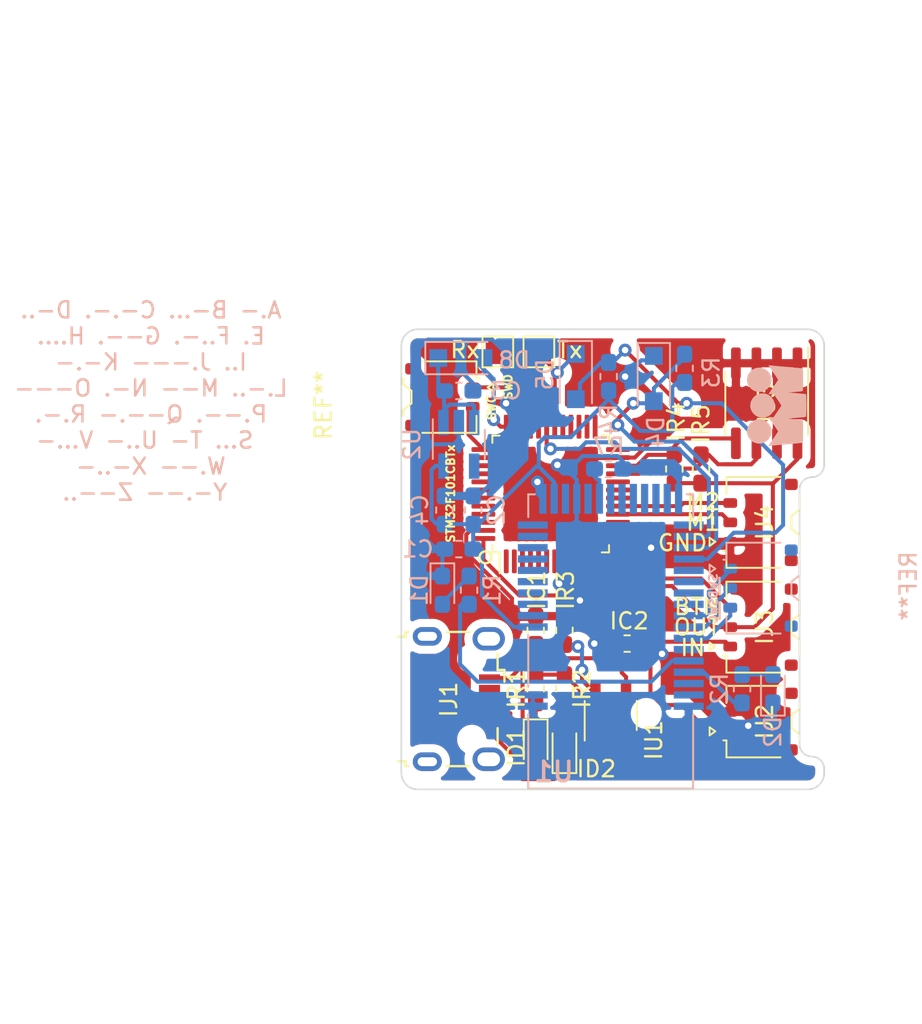
<source format=kicad_pcb>
(kicad_pcb (version 20171130) (host pcbnew "(5.1.5)-3")
  (layers (0 F.Cu signal) (31 B.Cu signal) (34 B.Paste user hide) (35 F.Paste user hide) (36 B.SilkS user) (37 F.SilkS user) (38 B.Mask user hide) (39 F.Mask user hide) (44 Edge.Cuts user))
  (net 0 "")
  (net 1 /STAT)
  (net 2 GND)
  (net 3 /VBAT)
  (net 4 /VCC)
  (net 5 /PROG)
  (net 6 "Net-(U2-Pad1)")
  (net 7 "Net-(U2-Pad2)")
  (net 8 "Net-(U2-Pad3)")
  (net 9 "Net-(U2-Pad4)")
  (net 10 "Net-(U2-Pad5)")
  (net 11 "Net-(U2-Pad6)")
  (net 12 "Net-(U2-Pad7)")
  (net 13 "Net-(U2-Pad11)")
  (net 14 "Net-(U2-Pad12)")
  (net 15 "Net-(U2-Pad13)")
  (net 16 "Net-(U2-Pad14)")
  (net 17 "Net-(U2-Pad15)")
  (net 18 "Net-(U2-Pad18)")
  (net 19 "Net-(U2-Pad19)")
  (net 20 "Net-(U2-Pad20)")
  (net 21 /SCL)
  (net 22 /SDA)
  (net 23 "Net-(U2-Pad25)")
  (net 24 "Net-(U2-Pad26)")
  (net 25 "Net-(U2-Pad27)")
  (net 26 "Net-(U2-Pad28)")
  (net 27 "Net-(U2-Pad29)")
  (net 28 "Net-(U2-Pad32)")
  (net 29 "Net-(U2-Pad33)")
  (net 30 /SWDIO)
  (net 31 /SWCLK)
  (net 32 "Net-(U2-Pad38)")
  (net 33 "Net-(U2-Pad39)")
  (net 34 "Net-(U2-Pad40)")
  (net 35 "Net-(U2-Pad41)")
  (net 36 "Net-(U2-Pad42)")
  (net 37 "Net-(U2-Pad43)")
  (net 38 "Net-(U2-Pad44)")
  (net 39 "Net-(U2-Pad45)")
  (net 40 "Net-(U2-Pad46)")
  (net 41 "Net-(D2-Pad2)")
  (net 42 /RTS)
  (net 43 /Tx)
  (net 44 /Rx)
  (net 45 /Motor1)
  (net 46 /Motor2)
  (net 47 /MainSwitch)
  (net 48 3.3V)
  (net 49 "Net-(C3-Pad1)")
  (net 50 /CTS_3V)
  (net 51 /MODE_3V)
  (net 52 /DFU_3V)
  (net 53 "Net-(ID1-Pad1)")
  (net 54 "Net-(ID2-Pad2)")
  (net 55 "Net-(IJ1-Pad6)")
  (net 56 "Net-(IJ1-Pad4)")
  (net 57 /MODE_LED)
  (net 58 /CONNECTED_LED)
  (net 59 /SWDIO/RST_3V)
  (net 60 /FCTRYRST_3V)
  (net 61 DEC2)
  (net 62 "Net-(U1-Pad40)")
  (net 63 "Net-(U1-Pad37)")
  (net 64 "Net-(U1-Pad33)")
  (net 65 "Net-(U1-Pad32)")
  (net 66 "Net-(U1-Pad31)")
  (net 67 "Net-(U1-Pad30)")
  (net 68 "Net-(U1-Pad23)")
  (net 69 "Net-(U1-Pad22)")
  (net 70 "Net-(U1-Pad21)")
  (net 71 "Net-(U1-Pad20)")
  (net 72 "Net-(U1-Pad19)")
  (net 73 "Net-(U1-Pad17)")
  (net 74 DCC)
  (net 75 "Net-(U1-Pad12)")
  (net 76 "Net-(U1-Pad11)")
  (net 77 "Net-(U1-Pad10)")
  (net 78 "Net-(U1-Pad9)")
  (net 79 "Net-(U1-Pad8)")
  (net 80 "Net-(U1-Pad7)")
  (net 81 "Net-(U1-Pad6)")
  (net 82 "Net-(U1-Pad5)")
  (net 83 "Net-(U1-Pad4)")
  (net 84 /SWCLK3v)
  (net 85 "Net-(D1-Pad2)")
  (net 86 /TXD_3V)
  (module Resistor_SMD:R_0603_1608Metric_Pad1.05x0.95mm_HandSolder (layer B.Cu) (at 99.441 122.301)
    (fp_text reference R7 (at 0 -1.397) (layer B.SilkS) (effects (justify mirror)))
    (fp_text value 100K)
    (pad 2 smd roundrect (at 0.875 0) (size 1.05 0.95) (layers B.Cu B.Paste B.Mask) (net 2 GND))
    (pad 1 smd roundrect (at -0.875 0) (size 1.05 0.95) (layers B.Cu B.Paste B.Mask) (net 51 /MODE_3V))
  )
  (module Connector_JST:JST_ACH_BM02B-ACHSS-GAN-ETF_1x02-1MP_P1.20mm_Vertical (layer F.Cu) (at 89.154 117.856 270)
    (fp_text reference REF** (at 0.508 7.366 90) (layer F.SilkS))
    (fp_text value JST_ACH_BM02B-ACHSS-GAN-ETF_1x02-1MP_P1.20mm_Vertical)
    (pad MP smd roundrect (at 1.75 1.9 270) (size 0.7 0.8) (layers F.Cu F.Paste F.Mask))
    (pad MP smd roundrect (at -1.75 1.9 270) (size 0.7 0.8) (layers F.Cu F.Paste F.Mask))
    (pad 2 smd roundrect (at 0.6 -1.875 270) (size 0.6 0.85) (layers F.Cu F.Paste F.Mask) (net 31 /SWCLK))
    (pad 1 smd roundrect (at -0.6 -1.875 270) (size 0.6 0.85) (layers F.Cu F.Paste F.Mask) (net 30 /SWDIO))
  )
  (module TestPoint:TestPoint_Pad_1.5x1.5mm (layer F.Cu) (at 92.583 115.062)
    (fp_text reference Rx (at -2.032 -0.127) (layer F.SilkS))
    (fp_text value TestPoint_Pad_1.5x1.5mm)
    (pad 1 smd rect (at 0 0) (size 1.5 1.5) (layers F.Cu F.Mask) (net 44 /Rx))
  )
  (module TestPoint:TestPoint_Pad_1.5x1.5mm (layer F.Cu) (at 95.123 115.062)
    (fp_text reference Tx (at 1.905 -0.127) (layer F.SilkS))
    (fp_text value TestPoint_Pad_1.5x1.5mm)
    (pad 1 smd rect (at 0 0) (size 1.5 1.5) (layers F.Cu F.Mask) (net 43 /Tx))
  )
  (module Connector_JST:JST_ACH_BM03B-ACHSS-GAN-ETF_1x03-1MP_P1.20mm_Vertical (layer B.Cu) (at 108.839 129.667 270)
    (fp_text reference REF** (at -0.127 -9.144 90) (layer B.SilkS) (effects (justify mirror)))
    (fp_text value JST_ACH_BM03B-ACHSS-GAN-ETF_1x03-1MP_P1.20mm_Vertical)
    (pad MP smd roundrect (at 2.35 -1.9 270) (size 0.7 0.8) (layers B.Cu B.Paste B.Mask))
    (pad MP smd roundrect (at -2.35 -1.9 270) (size 0.7 0.8) (layers B.Cu B.Paste B.Mask))
    (pad 3 smd roundrect (at 1.2 1.875 270) (size 0.6 0.85) (layers B.Cu B.Paste B.Mask) (net 84 /SWCLK3v))
    (pad 2 smd roundrect (at 0 1.875 270) (size 0.6 0.85) (layers B.Cu B.Paste B.Mask) (net 59 /SWDIO/RST_3V))
    (pad 1 smd roundrect (at -1.2 1.875 270) (size 0.6 0.85) (layers B.Cu B.Paste B.Mask) (net 60 /FCTRYRST_3V))
  )
  (module Connector_JST:JST_ACH_BM03B-ACHSS-GAN-ETF_1x03-1MP_P1.20mm_Vertical (layer F.Cu) (at 108.839 125.603 90)
    (fp_text reference IJ4 (at 0 0.254 90) (layer F.SilkS))
    (fp_text value JST_ACH_BM03B-ACHSS-GAN-ETF_1x03-1MP_P1.20mm_Vertical)
    (pad 1 smd roundrect (at -1.2 -1.875 90) (size 0.6 0.85) (layers F.Cu F.Paste F.Mask) (net 2 GND))
    (pad 2 smd roundrect (at 0 -1.875 90) (size 0.6 0.85) (layers F.Cu F.Paste F.Mask) (net 45 /Motor1))
    (pad 3 smd roundrect (at 1.2 -1.875 90) (size 0.6 0.85) (layers F.Cu F.Paste F.Mask) (net 46 /Motor2))
    (pad MP smd roundrect (at -2.35 1.9 90) (size 0.7 0.8) (layers F.Cu F.Paste F.Mask))
    (pad MP smd roundrect (at 2.35 1.9 90) (size 0.7 0.8) (layers F.Cu F.Paste F.Mask))
  )
  (module Connector_JST:JST_ACH_BM03B-ACHSS-GAN-ETF_1x03-1MP_P1.20mm_Vertical (layer F.Cu) (at 108.839 132.08 90)
    (fp_text reference IJ3 (at 0 0.254 90) (layer F.SilkS))
    (fp_text value JST_ACH_BM03B-ACHSS-GAN-ETF_1x03-1MP_P1.20mm_Vertical)
    (pad MP smd roundrect (at 2.35 1.9 90) (size 0.7 0.8) (layers F.Cu F.Paste F.Mask))
    (pad MP smd roundrect (at -2.35 1.9 90) (size 0.7 0.8) (layers F.Cu F.Paste F.Mask))
    (pad 3 smd roundrect (at 1.2 -1.875 90) (size 0.6 0.85) (layers F.Cu F.Paste F.Mask) (net 47 /MainSwitch))
    (pad 2 smd roundrect (at 0 -1.875 90) (size 0.6 0.85) (layers F.Cu F.Paste F.Mask) (net 3 /VBAT))
    (pad 1 smd roundrect (at -1.2 -1.875 90) (size 0.6 0.85) (layers F.Cu F.Paste F.Mask) (net 3 /VBAT))
  )
  (module Package_TO_SOT_SMD:SOT-23-5_HandSoldering (layer B.Cu) (at 90.17 120.777 270)
    (fp_text reference U2 (at 0 2.9 270) (layer B.SilkS) (effects (justify mirror)))
    (fp_text value MIC5225-3.3)
    (pad 5 smd rect (at 1.35 0.95 270) (size 1.56 0.65) (layers B.Cu B.Paste B.Mask) (net 48 3.3V))
    (pad 4 smd rect (at 1.35 -0.95 270) (size 1.56 0.65) (layers B.Cu B.Paste B.Mask) (net 9 "Net-(U2-Pad4)"))
    (pad 3 smd rect (at -1.35 -0.95 270) (size 1.56 0.65) (layers B.Cu B.Paste B.Mask) (net 49 "Net-(C3-Pad1)"))
    (pad 2 smd rect (at -1.35 0 270) (size 1.56 0.65) (layers B.Cu B.Paste B.Mask) (net 2 GND))
    (pad 1 smd rect (at -1.35 0.95 270) (size 1.56 0.65) (layers B.Cu B.Paste B.Mask) (net 49 "Net-(C3-Pad1)"))
  )
  (module Diode_SMD:D_SOD-123F (layer B.Cu) (at 97.409 116.586 270)
    (fp_text reference D5 (at -0.127 1.905 90) (layer B.SilkS) (effects (justify mirror)))
    (fp_text value MBR120)
    (pad 1 smd rect (at -1.4 0 270) (size 1.1 1.1) (layers B.Cu B.Paste B.Mask) (net 43 /Tx))
    (pad 2 smd rect (at 1.4 0 270) (size 1.1 1.1) (layers B.Cu B.Paste B.Mask) (net 86 /TXD_3V))
  )
  (module Diode_SMD:D_SOD-123F (layer B.Cu) (at 102.235 116.71 270)
    (fp_text reference D4 (at 3.305 -0.127 90) (layer B.SilkS) (effects (justify mirror)))
    (fp_text value MBR120)
    (pad 1 smd rect (at -1.4 0 270) (size 1.1 1.1) (layers B.Cu B.Paste B.Mask) (net 2 GND))
    (pad 2 smd rect (at 1.4 0 270) (size 1.1 1.1) (layers B.Cu B.Paste B.Mask) (net 50 /CTS_3V))
  )
  (module Diode_SMD:D_SOD-123F (layer B.Cu) (at 90.297 115.443)
    (fp_text reference D8 (at 3.302 0.127) (layer B.SilkS) (effects (justify mirror)))
    (fp_text value MBR120)
    (pad 2 smd rect (at 1.4 0) (size 1.1 1.1) (layers B.Cu B.Paste B.Mask) (net 3 /VBAT))
    (pad 1 smd rect (at -1.4 0) (size 1.1 1.1) (layers B.Cu B.Paste B.Mask) (net 49 "Net-(C3-Pad1)"))
  )
  (module Connector_JST:JST_ACH_BM02B-ACHSS-GAN-ETF_1x02-1MP_P1.20mm_Vertical (layer F.Cu) (at 108.839 137.922 90)
    (fp_text reference IJ2 (at 0 0.254 90) (layer F.SilkS))
    (fp_text value "Conn_01x02_Male LiPo Battery")
    (pad MP smd roundrect (at 1.75 1.9 90) (size 0.7 0.8) (layers F.Cu F.Paste F.Mask))
    (pad MP smd roundrect (at -1.75 1.9 90) (size 0.7 0.8) (layers F.Cu F.Paste F.Mask))
    (pad 2 smd roundrect (at 0.6 -1.875 90) (size 0.6 0.85) (layers F.Cu F.Paste F.Mask) (net 2 GND))
    (pad 1 smd roundrect (at -0.6 -1.875 90) (size 0.6 0.85) (layers F.Cu F.Paste F.Mask) (net 3 /VBAT))
  )
  (module Resistor_SMD:R_0603_1608Metric_Pad1.05x0.95mm_HandSolder (layer B.Cu) (at 99.441 116.586 270)
    (fp_text reference R4 (at 2.667 0 90) (layer B.SilkS) (effects (justify mirror)))
    (fp_text value 100K)
    (pad 1 smd roundrect (at -0.875 0 270) (size 1.05 0.95) (layers B.Cu B.Paste B.Mask) (net 86 /TXD_3V))
    (pad 2 smd roundrect (at 0.875 0 270) (size 1.05 0.95) (layers B.Cu B.Paste B.Mask) (net 48 3.3V))
  )
  (module Resistor_SMD:R_0603_1608Metric_Pad1.05x0.95mm_HandSolder (layer B.Cu) (at 104.14 116.078 270)
    (fp_text reference R3 (at 0.254 -1.651 90) (layer B.SilkS) (effects (justify mirror)))
    (fp_text value 100K)
    (pad 1 smd roundrect (at -0.875 0 270) (size 1.05 0.95) (layers B.Cu B.Paste B.Mask) (net 50 /CTS_3V))
    (pad 2 smd roundrect (at 0.875 0 270) (size 1.05 0.95) (layers B.Cu B.Paste B.Mask) (net 48 3.3V))
  )
  (module Resistor_SMD:R_0603_1608Metric_Pad1.05x0.95mm_HandSolder (layer B.Cu) (at 107.696 135.89 90)
    (fp_text reference R2 (at 0 -1.397 90) (layer B.SilkS) (effects (justify mirror)))
    (fp_text value 1K)
    (pad 1 smd roundrect (at -0.875 0 90) (size 1.05 0.95) (layers B.Cu B.Paste B.Mask) (net 58 /CONNECTED_LED))
    (pad 2 smd roundrect (at 0.875 0 90) (size 1.05 0.95) (layers B.Cu B.Paste B.Mask) (net 41 "Net-(D2-Pad2)"))
  )
  (module Resistor_SMD:R_0603_1608Metric_Pad1.05x0.95mm_HandSolder (layer B.Cu) (at 90.805 129.794 90)
    (fp_text reference R1 (at 0 1.43 90) (layer B.SilkS) (effects (justify mirror)))
    (fp_text value 1K)
    (pad 2 smd roundrect (at 0.875 0 90) (size 1.05 0.95) (layers B.Cu B.Paste B.Mask) (net 85 "Net-(D1-Pad2)"))
    (pad 1 smd roundrect (at -0.875 0 90) (size 1.05 0.95) (layers B.Cu B.Paste B.Mask) (net 57 /MODE_LED))
  )
  (module Capacitor_SMD:C_0603_1608Metric_Pad1.05x0.95mm_HandSolder (layer B.Cu) (at 90.17 127.254 180)
    (fp_text reference C1 (at 2.54 0) (layer B.SilkS) (effects (justify mirror)))
    (fp_text value 1uF)
    (pad 1 smd roundrect (at -0.875 0 180) (size 1.05 0.95) (layers B.Cu B.Paste B.Mask) (net 48 3.3V))
    (pad 2 smd roundrect (at 0.875 0 180) (size 1.05 0.95) (layers B.Cu B.Paste B.Mask) (net 2 GND))
  )
  (module Capacitor_SMD:C_0603_1608Metric_Pad1.05x0.95mm_HandSolder (layer B.Cu) (at 89.281 124.841 90)
    (fp_text reference C4 (at 0 -1.524 90) (layer B.SilkS) (effects (justify mirror)))
    (fp_text value 10uF)
    (pad 1 smd roundrect (at -0.875 0 90) (size 1.05 0.95) (layers B.Cu B.Paste B.Mask) (net 48 3.3V))
    (pad 2 smd roundrect (at 0.875 0 90) (size 1.05 0.95) (layers B.Cu B.Paste B.Mask) (net 2 GND))
  )
  (module Capacitor_SMD:C_0603_1608Metric_Pad1.05x0.95mm_HandSolder (layer B.Cu) (at 91.059 124.841 90)
    (fp_text reference C2 (at 0 1.43 90) (layer B.SilkS) (effects (justify mirror)))
    (fp_text value 1uF)
    (pad 1 smd roundrect (at -0.875 0 90) (size 1.05 0.95) (layers B.Cu B.Paste B.Mask) (net 48 3.3V))
    (pad 2 smd roundrect (at 0.875 0 90) (size 1.05 0.95) (layers B.Cu B.Paste B.Mask) (net 2 GND))
  )
  (module Capacitor_SMD:C_0603_1608Metric_Pad1.05x0.95mm_HandSolder (layer B.Cu) (at 90.17 117.475)
    (fp_text reference C3 (at 2.921 0) (layer B.SilkS) (effects (justify mirror)))
    (fp_text value 10uF)
    (pad 2 smd roundrect (at 0.875 0) (size 1.05 0.95) (layers B.Cu B.Paste B.Mask) (net 2 GND))
    (pad 1 smd roundrect (at -0.875 0) (size 1.05 0.95) (layers B.Cu B.Paste B.Mask) (net 49 "Net-(C3-Pad1)"))
  )
  (module Diode_SMD:D_0603_1608Metric_Pad1.05x0.95mm_HandSolder (layer B.Cu) (at 109.601 135.89 90)
    (fp_text reference D2 (at -2.667 0 90) (layer B.SilkS) (effects (justify mirror)))
    (fp_text value GREEN)
    (pad 1 smd roundrect (at -0.875 0 90) (size 1.05 0.95) (layers B.Cu B.Paste B.Mask) (net 2 GND))
    (pad 2 smd roundrect (at 0.875 0 90) (size 1.05 0.95) (layers B.Cu B.Paste B.Mask) (net 41 "Net-(D2-Pad2)"))
  )
  (module Diode_SMD:D_0603_1608Metric_Pad1.05x0.95mm_HandSolder (layer B.Cu) (at 89.154 129.794 270)
    (fp_text reference D1 (at 0 1.43 90) (layer B.SilkS) (effects (justify mirror)))
    (fp_text value RED)
    (pad 1 smd roundrect (at -0.875 0 270) (size 1.05 0.95) (layers B.Cu B.Paste B.Mask) (net 2 GND))
    (pad 2 smd roundrect (at 0.875 0 270) (size 1.05 0.95) (layers B.Cu B.Paste B.Mask) (net 85 "Net-(D1-Pad2)"))
  )
  (module BLE_MODULE_RAYTAC_MDBT40 (layer B.Cu) (at 99.568 132.969)
    (fp_text reference U1 (at -4.866 8.763) (layer B.SilkS) (effects (font (size 1.2065 1.2065) (thickness 0.21717)) (justify right bottom mirror)))
    (fp_text value NRF51822_MODULE_MDBT40)
    (pad "" np_thru_hole circle (at 2.2 4.45) (size 0.9 0.9) (drill 0.9) (layers *.Cu *.Mask))
    (pad 42 smd rect (at 4.825 4) (size 1.85 0.45) (layers B.Cu B.Paste B.Mask) (net 2 GND))
    (pad 41 smd rect (at 4.825 3.3) (size 1.85 0.45) (layers B.Cu B.Paste B.Mask) (net 61 DEC2))
    (pad 40 smd rect (at 4.825 2.6) (size 1.85 0.45) (layers B.Cu B.Paste B.Mask) (net 62 "Net-(U1-Pad40)"))
    (pad 39 smd rect (at 4.825 1.9) (size 1.85 0.45) (layers B.Cu B.Paste B.Mask) (net 58 /CONNECTED_LED))
    (pad 38 smd rect (at 4.825 1.2) (size 1.85 0.45) (layers B.Cu B.Paste B.Mask) (net 57 /MODE_LED))
    (pad 37 smd rect (at 4.825 0.5) (size 1.85 0.45) (layers B.Cu B.Paste B.Mask) (net 63 "Net-(U1-Pad37)"))
    (pad 36 smd rect (at 4.825 -0.2) (size 1.85 0.45) (layers B.Cu B.Paste B.Mask) (net 84 /SWCLK3v))
    (pad 35 smd rect (at 4.825 -0.9) (size 1.85 0.45) (layers B.Cu B.Paste B.Mask) (net 59 /SWDIO/RST_3V))
    (pad 34 smd rect (at 4.825 -1.6) (size 1.85 0.45) (layers B.Cu B.Paste B.Mask) (net 60 /FCTRYRST_3V))
    (pad 33 smd rect (at 4.825 -2.3) (size 1.85 0.45) (layers B.Cu B.Paste B.Mask) (net 64 "Net-(U1-Pad33)"))
    (pad 32 smd rect (at 4.825 -3) (size 1.85 0.45) (layers B.Cu B.Paste B.Mask) (net 65 "Net-(U1-Pad32)"))
    (pad 31 smd rect (at 4.825 -3.7) (size 1.85 0.45) (layers B.Cu B.Paste B.Mask) (net 66 "Net-(U1-Pad31)"))
    (pad 30 smd rect (at 4.825 -4.4) (size 1.85 0.45) (layers B.Cu B.Paste B.Mask) (net 67 "Net-(U1-Pad30)"))
    (pad 29 smd rect (at 4.825 -5.1) (size 1.85 0.45) (layers B.Cu B.Paste B.Mask) (net 86 /TXD_3V))
    (pad 28 smd rect (at 4.825 -5.8) (size 1.85 0.45) (layers B.Cu B.Paste B.Mask) (net 50 /CTS_3V))
    (pad 27 smd rect (at 4.825 -6.5) (size 1.85 0.45) (layers B.Cu B.Paste B.Mask) (net 44 /Rx))
    (pad 26 smd rect (at 4.825 -7.2) (size 1.85 0.45) (layers B.Cu B.Paste B.Mask) (net 42 /RTS))
    (pad 25 smd rect (at 4.2 -8.825 270) (size 1.85 0.45) (layers B.Cu B.Paste B.Mask) (net 2 GND))
    (pad 24 smd rect (at 3.5 -8.825 270) (size 1.85 0.45) (layers B.Cu B.Paste B.Mask) (net 52 /DFU_3V))
    (pad 23 smd rect (at 2.8 -8.825 270) (size 1.85 0.45) (layers B.Cu B.Paste B.Mask) (net 68 "Net-(U1-Pad23)"))
    (pad 22 smd rect (at 2.1 -8.825 270) (size 1.85 0.45) (layers B.Cu B.Paste B.Mask) (net 69 "Net-(U1-Pad22)"))
    (pad 21 smd rect (at 1.4 -8.825 270) (size 1.85 0.45) (layers B.Cu B.Paste B.Mask) (net 70 "Net-(U1-Pad21)"))
    (pad 20 smd rect (at 0.7 -8.825 270) (size 1.85 0.45) (layers B.Cu B.Paste B.Mask) (net 71 "Net-(U1-Pad20)"))
    (pad 19 smd rect (at 0 -8.825 270) (size 1.85 0.45) (layers B.Cu B.Paste B.Mask) (net 72 "Net-(U1-Pad19)"))
    (pad 18 smd rect (at -0.7 -8.825 270) (size 1.85 0.45) (layers B.Cu B.Paste B.Mask) (net 51 /MODE_3V))
    (pad 17 smd rect (at -1.4 -8.825 270) (size 1.85 0.45) (layers B.Cu B.Paste B.Mask) (net 73 "Net-(U1-Pad17)"))
    (pad 16 smd rect (at -2.1 -8.825 270) (size 1.85 0.45) (layers B.Cu B.Paste B.Mask) (net 2 GND))
    (pad 15 smd rect (at -2.8 -8.825 270) (size 1.85 0.45) (layers B.Cu B.Paste B.Mask) (net 74 DCC))
    (pad 14 smd rect (at -3.5 -8.825 270) (size 1.85 0.45) (layers B.Cu B.Paste B.Mask) (net 48 3.3V))
    (pad 13 smd rect (at -4.2 -8.825 270) (size 1.85 0.45) (layers B.Cu B.Paste B.Mask) (net 2 GND))
    (pad 12 smd rect (at -4.825 -7.2) (size 1.85 0.45) (layers B.Cu B.Paste B.Mask) (net 75 "Net-(U1-Pad12)"))
    (pad 11 smd rect (at -4.825 -6.5) (size 1.85 0.45) (layers B.Cu B.Paste B.Mask) (net 76 "Net-(U1-Pad11)"))
    (pad 10 smd rect (at -4.825 -5.8) (size 1.85 0.45) (layers B.Cu B.Paste B.Mask) (net 77 "Net-(U1-Pad10)"))
    (pad 9 smd rect (at -4.825 -5.1) (size 1.85 0.45) (layers B.Cu B.Paste B.Mask) (net 78 "Net-(U1-Pad9)"))
    (pad 8 smd rect (at -4.825 -4.4) (size 1.85 0.45) (layers B.Cu B.Paste B.Mask) (net 79 "Net-(U1-Pad8)"))
    (pad 7 smd rect (at -4.825 -3.7) (size 1.85 0.45) (layers B.Cu B.Paste B.Mask) (net 80 "Net-(U1-Pad7)"))
    (pad 6 smd rect (at -4.825 -3) (size 1.85 0.45) (layers B.Cu B.Paste B.Mask) (net 81 "Net-(U1-Pad6)"))
    (pad 5 smd rect (at -4.825 -2.3) (size 1.85 0.45) (layers B.Cu B.Paste B.Mask) (net 82 "Net-(U1-Pad5)"))
    (pad 4 smd rect (at -4.825 -1.6) (size 1.85 0.45) (layers B.Cu B.Paste B.Mask) (net 83 "Net-(U1-Pad4)"))
    (pad 3 smd rect (at -4.825 -0.9) (size 1.85 0.45) (layers B.Cu B.Paste B.Mask) (net 48 3.3V))
    (pad 2 smd rect (at -4.825 3.3) (size 1.85 0.45) (layers B.Cu B.Paste B.Mask) (net 2 GND))
    (pad 1 smd rect (at -4.825 4) (size 1.85 0.45) (layers B.Cu B.Paste B.Mask) (net 2 GND))
  )
  (module Connector_USB:USB_Micro-B_Wuerth_629105150521 (layer F.Cu) (at 90.17 136.525 270)
    (fp_text reference IJ1 (at 0.03048 0.61976 90) (layer F.SilkS))
    (fp_text value USB_B_Micro hide)
    (pad "" np_thru_hole oval (at 2.5 -0.8 270) (size 0.8 0.8) (drill 0.8) (layers *.Cu *.Mask))
    (pad "" np_thru_hole oval (at -2.5 -0.8 270) (size 0.8 0.8) (drill 0.8) (layers *.Cu *.Mask))
    (pad 6 thru_hole oval (at 3.875 1.95 270) (size 1.15 1.8) (drill oval 0.55 1.2) (layers *.Cu *.Mask) (net 55 "Net-(IJ1-Pad6)"))
    (pad 6 thru_hole oval (at -3.875 1.95 270) (size 1.15 1.8) (drill oval 0.55 1.2) (layers *.Cu *.Mask) (net 55 "Net-(IJ1-Pad6)"))
    (pad 6 thru_hole oval (at 3.725 -1.85 270) (size 1.45 2) (drill oval 0.85 1.4) (layers *.Cu *.Mask) (net 55 "Net-(IJ1-Pad6)"))
    (pad 6 thru_hole oval (at -3.725 -1.85 270) (size 1.45 2) (drill oval 0.85 1.4) (layers *.Cu *.Mask) (net 55 "Net-(IJ1-Pad6)"))
    (pad 5 smd rect (at 1.3 -1.9 270) (size 0.45 1.3) (layers F.Cu F.Paste F.Mask) (net 2 GND))
    (pad 4 smd rect (at 0.65 -1.9 270) (size 0.45 1.3) (layers F.Cu F.Paste F.Mask) (net 56 "Net-(IJ1-Pad4)"))
    (pad 3 smd rect (at 0 -1.9 270) (size 0.45 1.3) (layers F.Cu F.Paste F.Mask))
    (pad 2 smd rect (at -0.65 -1.9 270) (size 0.45 1.3) (layers F.Cu F.Paste F.Mask))
    (pad 1 smd rect (at -1.3 -1.9 270) (size 0.45 1.3) (layers F.Cu F.Paste F.Mask) (net 4 /VCC))
  )
  (module Capacitor_SMD:C_0603_1608Metric_Pad1.05x0.95mm_HandSolder (layer F.Cu) (at 100.584 133.096 180)
    (fp_text reference IC2 (at -0.127 1.397) (layer F.SilkS))
    (fp_text value "C 10uf" hide)
    (pad 1 smd roundrect (at -0.875 0 180) (size 1.05 0.95) (layers F.Cu F.Paste F.Mask) (net 3 /VBAT))
    (pad 2 smd roundrect (at 0.875 0 180) (size 1.05 0.95) (layers F.Cu F.Paste F.Mask) (net 2 GND))
  )
  (module Resistor_SMD:R_0603_1608Metric_Pad1.05x0.95mm_HandSolder (layer F.Cu) (at 96.70488 132.27682 90)
    (fp_text reference IR3 (at 2.48282 0.06912 90) (layer F.SilkS))
    (fp_text value "R 10K" hide)
    (pad 2 smd roundrect (at 0.875 0 90) (size 1.05 0.95) (layers F.Cu F.Paste F.Mask) (net 2 GND))
    (pad 1 smd roundrect (at -0.875 0 90) (size 1.05 0.95) (layers F.Cu F.Paste F.Mask) (net 5 /PROG))
  )
  (module Symbol:ThreeBrotherLogo5.2x4.0-v1.0_BackSilkScreen (layer F.Cu) (at 109.855 118.364 90)
    (fp_text reference G*** hide)
    (fp_text value LOGO hide)
  )
  (module Capacitor_SMD:C_0603_1608Metric_Pad1.05x0.95mm_HandSolder (layer F.Cu) (at 94.92488 132.27682 90)
    (fp_text reference IC1 (at 2.48282 0.07112 90) (layer F.SilkS))
    (fp_text value "C 10uf" hide)
    (pad 2 smd roundrect (at 0.875 0 90) (size 1.05 0.95) (layers F.Cu F.Paste F.Mask) (net 2 GND))
    (pad 1 smd roundrect (at -0.875 0 90) (size 1.05 0.95) (layers F.Cu F.Paste F.Mask) (net 4 /VCC))
  )
  (module LED_SMD:LED_0603_1608Metric_Pad1.05x0.95mm_HandSolder (layer F.Cu) (at 94.92488 139.446 270)
    (fp_text reference ID1 (at 0.07112 1.19888 90) (layer F.SilkS))
    (fp_text value "LED RED" hide)
    (pad 1 smd roundrect (at -0.875 0 270) (size 1.05 0.95) (layers F.Cu F.Paste F.Mask) (net 53 "Net-(ID1-Pad1)"))
    (pad 2 smd roundrect (at 0.875 0 270) (size 1.05 0.95) (layers F.Cu F.Paste F.Mask) (net 4 /VCC))
  )
  (module LED_SMD:LED_0603_1608Metric_Pad1.05x0.95mm_HandSolder (layer F.Cu) (at 96.70488 139.446 90)
    (fp_text reference ID2 (at -1.397 1.97412 180) (layer F.SilkS))
    (fp_text value "LED GREEN" hide)
    (pad 2 smd roundrect (at 0.875 0 90) (size 1.05 0.95) (layers F.Cu F.Paste F.Mask) (net 54 "Net-(ID2-Pad2)"))
    (pad 1 smd roundrect (at -0.875 0 90) (size 1.05 0.95) (layers F.Cu F.Paste F.Mask) (net 2 GND))
  )
  (module Resistor_SMD:R_0603_1608Metric_Pad1.05x0.95mm_HandSolder (layer F.Cu) (at 103.505 122.301 90)
    (fp_text reference IR5 (at 2.794 1.651 90) (layer F.SilkS))
    (fp_text value R hide)
    (pad 1 smd roundrect (at -0.875 0 90) (size 1.05 0.95) (layers F.Cu F.Paste F.Mask) (net 3 /VBAT))
    (pad 2 smd roundrect (at 0.875 0 90) (size 1.05 0.95) (layers F.Cu F.Paste F.Mask) (net 22 /SDA))
  )
  (module Resistor_SMD:R_0603_1608Metric_Pad1.05x0.95mm_HandSolder (layer F.Cu) (at 105.156 122.301 90)
    (fp_text reference IR4 (at 2.921 -1.524 90) (layer F.SilkS))
    (fp_text value R hide)
    (pad 1 smd roundrect (at -0.875 0 90) (size 1.05 0.95) (layers F.Cu F.Paste F.Mask) (net 3 /VBAT))
    (pad 2 smd roundrect (at 0.875 0 90) (size 1.05 0.95) (layers F.Cu F.Paste F.Mask) (net 21 /SCL))
  )
  (module Resistor_SMD:R_0603_1608Metric_Pad1.05x0.95mm_HandSolder (layer F.Cu) (at 96.70488 135.89 90)
    (fp_text reference IR2 (at 0 1.08512 90) (layer F.SilkS))
    (fp_text value R hide)
    (pad 1 smd roundrect (at -0.875 0 90) (size 1.05 0.95) (layers F.Cu F.Paste F.Mask) (net 54 "Net-(ID2-Pad2)"))
    (pad 2 smd roundrect (at 0.875 0 90) (size 1.05 0.95) (layers F.Cu F.Paste F.Mask) (net 1 /STAT))
  )
  (module Resistor_SMD:R_0603_1608Metric_Pad1.05x0.95mm_HandSolder (layer F.Cu) (at 94.92488 135.89 90)
    (fp_text reference IR1 (at 0 -1.19888 90) (layer F.SilkS))
    (fp_text value R hide)
    (pad 2 smd roundrect (at 0.875 0 90) (size 1.05 0.95) (layers F.Cu F.Paste F.Mask) (net 1 /STAT))
    (pad 1 smd roundrect (at -0.875 0 90) (size 1.05 0.95) (layers F.Cu F.Paste F.Mask) (net 53 "Net-(ID1-Pad1)"))
  )
  (module Package_SO:SOIC-8_3.9x4.9mm_P1.27mm (layer F.Cu) (at 109.22 118.237 270)
    (fp_text reference IU3 (at -0.0254 0 90) (layer F.SilkS))
    (fp_text value CAT24C256 hide)
    (pad 8 smd roundrect (at 2.475 -1.905 270) (size 1.95 0.6) (layers F.Cu F.Paste F.Mask) (net 3 /VBAT))
    (pad 7 smd roundrect (at 2.475 -0.635 270) (size 1.95 0.6) (layers F.Cu F.Paste F.Mask) (net 2 GND))
    (pad 6 smd roundrect (at 2.475 0.635 270) (size 1.95 0.6) (layers F.Cu F.Paste F.Mask) (net 21 /SCL))
    (pad 5 smd roundrect (at 2.475 1.905 270) (size 1.95 0.6) (layers F.Cu F.Paste F.Mask) (net 22 /SDA))
    (pad 4 smd roundrect (at -2.475 1.905 270) (size 1.95 0.6) (layers F.Cu F.Paste F.Mask) (net 2 GND))
    (pad 3 smd roundrect (at -2.475 0.635 270) (size 1.95 0.6) (layers F.Cu F.Paste F.Mask) (net 2 GND))
    (pad 2 smd roundrect (at -2.475 -0.635 270) (size 1.95 0.6) (layers F.Cu F.Paste F.Mask) (net 2 GND))
    (pad 1 smd roundrect (at -2.475 -1.905 270) (size 1.95 0.6) (layers F.Cu F.Paste F.Mask) (net 2 GND))
  )
  (module Package_TO_SOT_SMD:SOT-23-5_HandSoldering (layer F.Cu) (at 99.568 137.541 90)
    (fp_text reference IU1 (at -1.524 2.667 90) (layer F.SilkS))
    (fp_text value MCP73831-2-OT hide)
    (pad 5 smd rect (at 1.35 -0.95 90) (size 1.56 0.65) (layers F.Cu F.Paste F.Mask) (net 5 /PROG))
    (pad 4 smd rect (at 1.35 0.95 90) (size 1.56 0.65) (layers F.Cu F.Paste F.Mask) (net 4 /VCC))
    (pad 3 smd rect (at -1.35 0.95 90) (size 1.56 0.65) (layers F.Cu F.Paste F.Mask) (net 3 /VBAT))
    (pad 2 smd rect (at -1.35 0 90) (size 1.56 0.65) (layers F.Cu F.Paste F.Mask) (net 2 GND))
    (pad 1 smd rect (at -1.35 -0.95 90) (size 1.56 0.65) (layers F.Cu F.Paste F.Mask) (net 1 /STAT))
  )
  (module Package_QFP:LQFP-48_7x7mm_P0.5mm (layer F.Cu) (at 95.85452 123.84786 90)
    (fp_text reference STM32F101CBTx (at 0.02286 -6.19252 90) (layer F.SilkS) (effects (font (size 0.5 0.5) (thickness 0.125))))
    (fp_text value STM32F101CBTx hide)
    (pad 48 smd roundrect (at -2.75 -4.1625 90) (size 0.3 1.475) (layers F.Cu F.Paste F.Mask) (net 3 /VBAT))
    (pad 47 smd roundrect (at -2.25 -4.1625 90) (size 0.3 1.475) (layers F.Cu F.Paste F.Mask) (net 2 GND))
    (pad 46 smd roundrect (at -1.75 -4.1625 90) (size 0.3 1.475) (layers F.Cu F.Paste F.Mask) (net 40 "Net-(U2-Pad46)"))
    (pad 45 smd roundrect (at -1.25 -4.1625 90) (size 0.3 1.475) (layers F.Cu F.Paste F.Mask) (net 39 "Net-(U2-Pad45)"))
    (pad 44 smd roundrect (at -0.75 -4.1625 90) (size 0.3 1.475) (layers F.Cu F.Paste F.Mask) (net 38 "Net-(U2-Pad44)"))
    (pad 43 smd roundrect (at -0.25 -4.1625 90) (size 0.3 1.475) (layers F.Cu F.Paste F.Mask) (net 37 "Net-(U2-Pad43)"))
    (pad 42 smd roundrect (at 0.25 -4.1625 90) (size 0.3 1.475) (layers F.Cu F.Paste F.Mask) (net 36 "Net-(U2-Pad42)"))
    (pad 41 smd roundrect (at 0.75 -4.1625 90) (size 0.3 1.475) (layers F.Cu F.Paste F.Mask) (net 35 "Net-(U2-Pad41)"))
    (pad 40 smd roundrect (at 1.25 -4.1625 90) (size 0.3 1.475) (layers F.Cu F.Paste F.Mask) (net 34 "Net-(U2-Pad40)"))
    (pad 39 smd roundrect (at 1.75 -4.1625 90) (size 0.3 1.475) (layers F.Cu F.Paste F.Mask) (net 33 "Net-(U2-Pad39)"))
    (pad 38 smd roundrect (at 2.25 -4.1625 90) (size 0.3 1.475) (layers F.Cu F.Paste F.Mask) (net 32 "Net-(U2-Pad38)"))
    (pad 37 smd roundrect (at 2.75 -4.1625 90) (size 0.3 1.475) (layers F.Cu F.Paste F.Mask) (net 31 /SWCLK))
    (pad 36 smd roundrect (at 4.1625 -2.75 90) (size 1.475 0.3) (layers F.Cu F.Paste F.Mask) (net 3 /VBAT))
    (pad 35 smd roundrect (at 4.1625 -2.25 90) (size 1.475 0.3) (layers F.Cu F.Paste F.Mask) (net 2 GND))
    (pad 34 smd roundrect (at 4.1625 -1.75 90) (size 1.475 0.3) (layers F.Cu F.Paste F.Mask) (net 30 /SWDIO))
    (pad 33 smd roundrect (at 4.1625 -1.25 90) (size 1.475 0.3) (layers F.Cu F.Paste F.Mask) (net 29 "Net-(U2-Pad33)"))
    (pad 32 smd roundrect (at 4.1625 -0.75 90) (size 1.475 0.3) (layers F.Cu F.Paste F.Mask) (net 28 "Net-(U2-Pad32)"))
    (pad 31 smd roundrect (at 4.1625 -0.25 90) (size 1.475 0.3) (layers F.Cu F.Paste F.Mask) (net 44 /Rx))
    (pad 30 smd roundrect (at 4.1625 0.25 90) (size 1.475 0.3) (layers F.Cu F.Paste F.Mask) (net 43 /Tx))
    (pad 29 smd roundrect (at 4.1625 0.75 90) (size 1.475 0.3) (layers F.Cu F.Paste F.Mask) (net 27 "Net-(U2-Pad29)"))
    (pad 28 smd roundrect (at 4.1625 1.25 90) (size 1.475 0.3) (layers F.Cu F.Paste F.Mask) (net 26 "Net-(U2-Pad28)"))
    (pad 27 smd roundrect (at 4.1625 1.75 90) (size 1.475 0.3) (layers F.Cu F.Paste F.Mask) (net 25 "Net-(U2-Pad27)"))
    (pad 26 smd roundrect (at 4.1625 2.25 90) (size 1.475 0.3) (layers F.Cu F.Paste F.Mask) (net 24 "Net-(U2-Pad26)"))
    (pad 25 smd roundrect (at 4.1625 2.75 90) (size 1.475 0.3) (layers F.Cu F.Paste F.Mask) (net 23 "Net-(U2-Pad25)"))
    (pad 24 smd roundrect (at 2.75 4.1625 90) (size 0.3 1.475) (layers F.Cu F.Paste F.Mask) (net 3 /VBAT))
    (pad 23 smd roundrect (at 2.25 4.1625 90) (size 0.3 1.475) (layers F.Cu F.Paste F.Mask) (net 2 GND))
    (pad 22 smd roundrect (at 1.75 4.1625 90) (size 0.3 1.475) (layers F.Cu F.Paste F.Mask) (net 22 /SDA))
    (pad 21 smd roundrect (at 1.25 4.1625 90) (size 0.3 1.475) (layers F.Cu F.Paste F.Mask) (net 21 /SCL))
    (pad 20 smd roundrect (at 0.75 4.1625 90) (size 0.3 1.475) (layers F.Cu F.Paste F.Mask) (net 20 "Net-(U2-Pad20)"))
    (pad 19 smd roundrect (at 0.25 4.1625 90) (size 0.3 1.475) (layers F.Cu F.Paste F.Mask) (net 19 "Net-(U2-Pad19)"))
    (pad 18 smd roundrect (at -0.25 4.1625 90) (size 0.3 1.475) (layers F.Cu F.Paste F.Mask) (net 18 "Net-(U2-Pad18)"))
    (pad 17 smd roundrect (at -0.75 4.1625 90) (size 0.3 1.475) (layers F.Cu F.Paste F.Mask) (net 46 /Motor2))
    (pad 16 smd roundrect (at -1.25 4.1625 90) (size 0.3 1.475) (layers F.Cu F.Paste F.Mask) (net 45 /Motor1))
    (pad 15 smd roundrect (at -1.75 4.1625 90) (size 0.3 1.475) (layers F.Cu F.Paste F.Mask) (net 17 "Net-(U2-Pad15)"))
    (pad 14 smd roundrect (at -2.25 4.1625 90) (size 0.3 1.475) (layers F.Cu F.Paste F.Mask) (net 16 "Net-(U2-Pad14)"))
    (pad 13 smd roundrect (at -2.75 4.1625 90) (size 0.3 1.475) (layers F.Cu F.Paste F.Mask) (net 15 "Net-(U2-Pad13)"))
    (pad 12 smd roundrect (at -4.1625 2.75 90) (size 1.475 0.3) (layers F.Cu F.Paste F.Mask) (net 14 "Net-(U2-Pad12)"))
    (pad 11 smd roundrect (at -4.1625 2.25 90) (size 1.475 0.3) (layers F.Cu F.Paste F.Mask) (net 13 "Net-(U2-Pad11)"))
    (pad 10 smd roundrect (at -4.1625 1.75 90) (size 1.475 0.3) (layers F.Cu F.Paste F.Mask) (net 47 /MainSwitch))
    (pad 9 smd roundrect (at -4.1625 1.25 90) (size 1.475 0.3) (layers F.Cu F.Paste F.Mask) (net 3 /VBAT))
    (pad 8 smd roundrect (at -4.1625 0.75 90) (size 1.475 0.3) (layers F.Cu F.Paste F.Mask) (net 2 GND))
    (pad 7 smd roundrect (at -4.1625 0.25 90) (size 1.475 0.3) (layers F.Cu F.Paste F.Mask) (net 12 "Net-(U2-Pad7)"))
    (pad 6 smd roundrect (at -4.1625 -0.25 90) (size 1.475 0.3) (layers F.Cu F.Paste F.Mask) (net 11 "Net-(U2-Pad6)"))
    (pad 5 smd roundrect (at -4.1625 -0.75 90) (size 1.475 0.3) (layers F.Cu F.Paste F.Mask) (net 10 "Net-(U2-Pad5)"))
    (pad 4 smd roundrect (at -4.1625 -1.25 90) (size 1.475 0.3) (layers F.Cu F.Paste F.Mask) (net 9 "Net-(U2-Pad4)"))
    (pad 3 smd roundrect (at -4.1625 -1.75 90) (size 1.475 0.3) (layers F.Cu F.Paste F.Mask) (net 8 "Net-(U2-Pad3)"))
    (pad 2 smd roundrect (at -4.1625 -2.25 90) (size 1.475 0.3) (layers F.Cu F.Paste F.Mask) (net 7 "Net-(U2-Pad2)"))
    (pad 1 smd roundrect (at -4.1625 -2.75 90) (size 1.475 0.3) (layers F.Cu F.Paste F.Mask) (net 6 "Net-(U2-Pad1)"))
  )
  (gr_line (start 106.299 129.032) (end 106.299 130.048) (layer B.SilkS) (width 0.15))
  (gr_line (start 106.299 130.556) (end 106.299 131.572) (layer B.SilkS) (width 0.15))
  (gr_text SWC (at 92.202 118.491 90) (layer F.SilkS) (effects (font (size 0.5 0.5) (thickness 0.125))))
  (gr_text SWD (at 93.218 117.221 90) (layer F.SilkS) (effects (font (size 0.5 0.5) (thickness 0.125))))
  (gr_line (start 112.776 141.097) (end 112.776 140.843) (layer Edge.Cuts) (width 0.1))
  (gr_text SWC (at 105.918 131.064 90) (layer B.SilkS) (effects (font (size 0.5 0.5) (thickness 0.125)) (justify mirror)))
  (gr_text SWD (at 105.918 129.54 90) (layer B.SilkS) (effects (font (size 0.5 0.5) (thickness 0.125)) (justify mirror)))
  (gr_text GND (at 104.013 126.873) (layer F.SilkS) (effects (font (size 1 1))))
  (gr_text IN (at 104.648 133.35) (layer F.SilkS) (effects (font (size 1 1))))
  (gr_text OUT (at 104.902 132.08) (layer F.SilkS) (effects (font (size 1 1))))
  (gr_text BTN (at 104.902 130.81) (layer F.SilkS) (effects (font (size 1 1))))
  (gr_text M1 (at 105.283 125.603) (layer F.SilkS) (effects (font (size 1 1))))
  (gr_text M2 (at 105.283 124.333) (layer F.SilkS) (effects (font (size 1 1))))
  (gr_line (start 111.252 139.319) (end 111.252 123.571) (layer Edge.Cuts) (width 0.1))
  (gr_arc (start 112.014 122.047) (end 112.014 122.809) (angle -90) (layer Edge.Cuts) (width 0.1))
  (gr_arc (start 112.014 123.571) (end 112.014 122.809) (angle -90) (layer Edge.Cuts) (width 0.1))
  (gr_line (start 112.776 114.681) (end 112.776 122.047) (layer Edge.Cuts) (width 0.1))
  (gr_arc (start 112.014 139.319) (end 111.252 139.319) (angle -90) (layer Edge.Cuts) (width 0.1))
  (gr_arc (start 112.014 140.843) (end 112.776 140.843) (angle -90) (layer Edge.Cuts) (width 0.1))
  (gr_line (start 111.76 113.665) (end 87.63 113.665) (layer Edge.Cuts) (width 0.1))
  (gr_line (start 87.63 142.113) (end 111.76 142.113) (layer Edge.Cuts) (width 0.1))
  (gr_line (start 86.614 141.097) (end 86.614 114.681) (layer Edge.Cuts) (width 0.1))
  (gr_arc (start 111.76 114.681) (end 112.776 114.681) (angle -90) (layer Edge.Cuts) (width 0.1))
  (gr_arc (start 87.63 141.097) (end 86.614 141.097) (angle -90) (layer Edge.Cuts) (width 0.1))
  (gr_arc (start 111.76 141.097) (end 111.76 142.113) (angle -90) (layer Edge.Cuts) (width 0.1))
  (gr_arc (start 87.63 114.681) (end 87.63 113.665) (angle -90) (layer Edge.Cuts) (width 0.1))
  (gr_text "A.- B-... C-.-. D-.. \nE. F..-. G--. H.... \nI.. J.--- K-.- \nL.-.. M-- N-. O--- \nP.--. Q--.- R.-. \nS... T- U..- V...-\nW.-- X-..- \nY-.-- Z--.." (at 70.739 118.11) (layer B.SilkS) (effects (font (size 1 1)) (justify mirror)))
  (gr_circle (center 91.821 127.762) (end 91.52128 127.97536) (layer F.SilkS) (width 0.15))
  (segment (start 96.70488 135.015) (end 94.92488 135.015) (width 0.25) (layer F.Cu) (net 1))
  (segment (start 98.043 138.891) (end 97.663 138.511) (width 0.25) (layer F.Cu) (net 1))
  (segment (start 98.618 138.891) (end 98.043 138.891) (width 0.25) (layer F.Cu) (net 1))
  (segment (start 97.663 135.97312) (end 96.70488 135.015) (width 0.25) (layer F.Cu) (net 1))
  (segment (start 97.663 138.511) (end 97.663 135.97312) (width 0.25) (layer F.Cu) (net 1))
  (segment (start 96.84588 140.462) (end 96.70488 140.321) (width 0.25) (layer F.Cu) (net 2))
  (segment (start 94.7547 131.572) (end 94.92488 131.40182) (width 0.25) (layer F.Cu) (net 2))
  (segment (start 93.98 131.572) (end 94.7547 131.572) (width 0.25) (layer F.Cu) (net 2))
  (segment (start 94.92488 131.40182) (end 96.70488 131.40182) (width 0.25) (layer F.Cu) (net 2))
  (segment (start 100.01702 121.59786) (end 101.056 121.59786) (width 0.25) (layer F.Cu) (net 2))
  (segment (start 108.204 115.762) (end 109.474 115.762) (width 0.25) (layer F.Cu) (net 2))
  (segment (start 109.474 115.762) (end 110.744 115.762) (width 0.25) (layer F.Cu) (net 2))
  (segment (start 108.585 115.762) (end 107.315 115.762) (width 0.25) (layer F.Cu) (net 2))
  (segment (start 101.056 121.59786) (end 103.46286 119.191) (width 0.25) (layer F.Cu) (net 2))
  (segment (start 96.70488 131.40182) (end 97.49282 131.40182) (width 0.25) (layer F.Cu) (net 2))
  (segment (start 97.49282 131.40182) (end 98.552 132.461) (width 0.25) (layer F.Cu) (net 2))
  (segment (start 98.552 132.461) (end 98.552 133.026685) (width 0.25) (layer F.Cu) (net 2))
  (segment (start 90.62951 126.357168) (end 90.62951 127.474962) (width 0.25) (layer F.Cu) (net 2))
  (segment (start 90.888818 126.09786) (end 90.62951 126.357168) (width 0.25) (layer F.Cu) (net 2))
  (segment (start 91.69202 126.09786) (end 90.888818 126.09786) (width 0.25) (layer F.Cu) (net 2))
  (via (at 97.663 130.429) (size 0.8) (drill 0.4) (layers F.Cu B.Cu) (net 2))
  (segment (start 96.70488 131.40182) (end 96.70488 131.38712) (width 0.25) (layer F.Cu) (net 2))
  (segment (start 96.70488 131.38712) (end 97.663 130.429) (width 0.25) (layer F.Cu) (net 2))
  (via (at 96.37952 129.395413) (size 0.8) (drill 0.4) (layers F.Cu B.Cu) (net 2))
  (segment (start 97.663 130.429) (end 97.413107 130.429) (width 0.25) (layer B.Cu) (net 2))
  (segment (start 97.413107 130.429) (end 96.37952 129.395413) (width 0.25) (layer B.Cu) (net 2))
  (segment (start 96.60452 129.170413) (end 96.60452 128.01036) (width 0.25) (layer F.Cu) (net 2))
  (segment (start 96.37952 129.395413) (end 96.60452 129.170413) (width 0.25) (layer F.Cu) (net 2))
  (segment (start 93.456548 131.048548) (end 93.98 131.572) (width 0.25) (layer F.Cu) (net 2))
  (segment (start 93.456548 130.302) (end 93.456548 131.048548) (width 0.25) (layer F.Cu) (net 2))
  (segment (start 98.552 133.026685) (end 98.621315 133.096) (width 0.25) (layer F.Cu) (net 2))
  (segment (start 92.07 137.825) (end 92.07 138.540062) (width 0.25) (layer F.Cu) (net 2))
  (segment (start 93.674861 140.144923) (end 93.674861 141.045861) (width 0.25) (layer F.Cu) (net 2))
  (segment (start 92.07 138.540062) (end 93.674861 140.144923) (width 0.25) (layer F.Cu) (net 2))
  (segment (start 93.674861 141.045861) (end 94.107 141.478) (width 0.25) (layer F.Cu) (net 2))
  (segment (start 96.70488 140.846) (end 96.70488 140.321) (width 0.25) (layer F.Cu) (net 2))
  (segment (start 96.07288 141.478) (end 96.70488 140.846) (width 0.25) (layer F.Cu) (net 2))
  (segment (start 94.107 141.478) (end 96.07288 141.478) (width 0.25) (layer F.Cu) (net 2))
  (segment (start 99.822 139.286) (end 99.822 138.256) (width 0.25) (layer F.Cu) (net 2))
  (segment (start 96.70488 140.321) (end 98.787 140.321) (width 0.25) (layer F.Cu) (net 2))
  (via (at 102.743 133.731) (size 0.8) (drill 0.4) (layers F.Cu B.Cu) (net 2))
  (via (at 98.552 133.096) (size 0.8) (drill 0.4) (layers F.Cu B.Cu) (net 2))
  (segment (start 102.108 133.096) (end 98.552 133.096) (width 0.25) (layer B.Cu) (net 2))
  (segment (start 102.743 133.731) (end 102.108 133.096) (width 0.25) (layer B.Cu) (net 2))
  (segment (start 98.621315 133.096) (end 98.552 133.096) (width 0.25) (layer F.Cu) (net 2))
  (segment (start 98.552 133.096) (end 99.709 133.096) (width 0.25) (layer F.Cu) (net 2))
  (segment (start 111.125 115.762) (end 109.855 115.762) (width 0.25) (layer F.Cu) (net 2))
  (via (at 100.457 116.586) (size 0.8) (drill 0.4) (layers F.Cu B.Cu) (net 2))
  (segment (start 101.727 115.584) (end 101.459 115.584) (width 0.25) (layer B.Cu) (net 2))
  (segment (start 101.459 115.584) (end 100.457 116.586) (width 0.25) (layer B.Cu) (net 2))
  (segment (start 100.856999 116.985999) (end 101.257859 116.985999) (width 0.25) (layer F.Cu) (net 2))
  (segment (start 101.257859 116.985999) (end 103.46286 119.191) (width 0.25) (layer F.Cu) (net 2))
  (segment (start 100.457 116.586) (end 100.856999 116.985999) (width 0.25) (layer F.Cu) (net 2))
  (via (at 93.091 118.236999) (size 0.8) (drill 0.4) (layers F.Cu B.Cu) (net 2))
  (segment (start 93.60452 119.68536) (end 93.60452 118.750519) (width 0.25) (layer F.Cu) (net 2))
  (segment (start 93.60452 118.750519) (end 93.091 118.236999) (width 0.25) (layer F.Cu) (net 2))
  (segment (start 89.309 123.825) (end 89.281 123.853) (width 0.25) (layer B.Cu) (net 2))
  (segment (start 97.468 124.144) (end 97.468 123.108998) (width 0.25) (layer B.Cu) (net 2))
  (segment (start 103.354 122.555) (end 103.768 122.969) (width 0.25) (layer B.Cu) (net 2))
  (segment (start 103.768 122.969) (end 103.768 124.144) (width 0.25) (layer B.Cu) (net 2))
  (segment (start 94.743 136.269) (end 94.743 136.969) (width 0.25) (layer B.Cu) (net 2))
  (segment (start 97.468 124.144) (end 97.468 122.969) (width 0.25) (layer B.Cu) (net 2))
  (via (at 96.266 122.047) (size 0.8) (drill 0.4) (layers F.Cu B.Cu) (net 2))
  (segment (start 96.546 122.047) (end 96.266 122.047) (width 0.25) (layer B.Cu) (net 2))
  (segment (start 97.468 122.969) (end 96.546 122.047) (width 0.25) (layer B.Cu) (net 2))
  (via (at 95.034001 123.100305) (size 0.8) (drill 0.4) (layers F.Cu B.Cu) (net 2))
  (segment (start 96.266 122.047) (end 96.087306 122.047) (width 0.25) (layer F.Cu) (net 2))
  (segment (start 96.087306 122.047) (end 95.034001 123.100305) (width 0.25) (layer F.Cu) (net 2))
  (segment (start 95.034001 123.810001) (end 95.368 124.144) (width 0.25) (layer B.Cu) (net 2))
  (segment (start 95.034001 123.100305) (end 95.034001 123.810001) (width 0.25) (layer B.Cu) (net 2))
  (segment (start 109.855 120.712) (end 109.855 119.492306) (width 0.25) (layer F.Cu) (net 2))
  (segment (start 109.998653 115.905653) (end 109.855 115.762) (width 0.25) (layer F.Cu) (net 2))
  (segment (start 90.62951 127.474962) (end 93.456548 130.302) (width 0.25) (layer F.Cu) (net 2))
  (segment (start 99.86515 121.62285) (end 98.59515 121.62285) (width 0.25) (layer F.Cu) (net 2))
  (segment (start 100.01702 121.59786) (end 99.89014 121.59786) (width 0.25) (layer F.Cu) (net 2))
  (segment (start 99.89014 121.59786) (end 99.86515 121.62285) (width 0.25) (layer F.Cu) (net 2))
  (segment (start 93.60452 119.68536) (end 93.60452 121.02548) (width 0.25) (layer F.Cu) (net 2))
  (segment (start 99.441 140.048) (end 99.441 140.335) (width 0.25) (layer F.Cu) (net 2))
  (segment (start 99.568 139.921) (end 99.441 140.048) (width 0.25) (layer F.Cu) (net 2))
  (segment (start 99.568 138.891) (end 99.568 139.921) (width 0.25) (layer F.Cu) (net 2))
  (segment (start 99.441 140.335) (end 98.787 140.321) (width 0.25) (layer F.Cu) (net 2))
  (segment (start 88.77 127.254) (end 89.295 127.254) (width 0.25) (layer B.Cu) (net 2))
  (segment (start 87.412999 125.896999) (end 88.77 127.254) (width 0.25) (layer B.Cu) (net 2))
  (segment (start 89.85 120.777) (end 87.376 120.777) (width 0.25) (layer B.Cu) (net 2))
  (segment (start 90.17 120.457) (end 89.85 120.777) (width 0.25) (layer B.Cu) (net 2))
  (segment (start 90.17 119.427) (end 90.17 120.457) (width 0.25) (layer B.Cu) (net 2))
  (segment (start 87.412999 115.241999) (end 87.376 120.777) (width 0.25) (layer B.Cu) (net 2))
  (segment (start 87.376 120.777) (end 87.412999 125.896999) (width 0.25) (layer B.Cu) (net 2))
  (segment (start 109.601 137.29) (end 108.715 138.176) (width 0.25) (layer B.Cu) (net 2))
  (segment (start 109.601 136.765) (end 109.601 137.29) (width 0.25) (layer B.Cu) (net 2))
  (segment (start 105.125 138.176) (end 104.393 137.444) (width 0.25) (layer B.Cu) (net 2))
  (segment (start 108.715 138.176) (end 107.95 138.176) (width 0.25) (layer B.Cu) (net 2))
  (segment (start 94.743 137.444) (end 96.237 138.938) (width 0.25) (layer B.Cu) (net 2))
  (segment (start 94.743 136.969) (end 94.743 137.444) (width 0.25) (layer B.Cu) (net 2))
  (segment (start 102.899 138.938) (end 104.393 137.444) (width 0.25) (layer B.Cu) (net 2))
  (segment (start 104.393 137.444) (end 104.393 136.969) (width 0.25) (layer B.Cu) (net 2))
  (segment (start 96.237 138.938) (end 102.899 138.938) (width 0.25) (layer B.Cu) (net 2))
  (segment (start 97.468 128.306933) (end 96.37952 129.395413) (width 0.25) (layer B.Cu) (net 2))
  (segment (start 97.468 124.144) (end 97.468 128.306933) (width 0.25) (layer B.Cu) (net 2))
  (segment (start 98.605933 127.169) (end 97.468 128.306933) (width 0.25) (layer B.Cu) (net 2))
  (segment (start 91.031 123.853) (end 91.059 123.825) (width 0.25) (layer B.Cu) (net 2))
  (segment (start 89.281 123.853) (end 91.031 123.853) (width 0.25) (layer B.Cu) (net 2))
  (segment (start 91.534 123.825) (end 93.98 121.379) (width 0.25) (layer B.Cu) (net 2))
  (segment (start 91.059 123.825) (end 91.534 123.825) (width 0.25) (layer B.Cu) (net 2))
  (segment (start 93.98 119.125999) (end 93.091 118.236999) (width 0.25) (layer B.Cu) (net 2))
  (segment (start 93.98 121.379) (end 93.98 119.125999) (width 0.25) (layer B.Cu) (net 2))
  (segment (start 89.154 127.395) (end 89.295 127.254) (width 0.25) (layer B.Cu) (net 2))
  (segment (start 89.154 128.919) (end 89.154 127.395) (width 0.25) (layer B.Cu) (net 2))
  (segment (start 107.95 138.176) (end 105.125 138.176) (width 0.25) (layer B.Cu) (net 2))
  (segment (start 103.46286 119.191) (end 108.647 119.191) (width 0.25) (layer F.Cu) (net 2))
  (segment (start 109.855 120.712) (end 109.855 117.983) (width 0.25) (layer F.Cu) (net 2))
  (segment (start 108.647 119.191) (end 109.855 117.983) (width 0.25) (layer F.Cu) (net 2))
  (segment (start 109.855 117.983) (end 109.855 115.762) (width 0.25) (layer F.Cu) (net 2))
  (segment (start 105.678 140.321) (end 107.075 140.321) (width 0.25) (layer F.Cu) (net 2))
  (segment (start 108.077 137.795) (end 107.604 137.322) (width 0.25) (layer F.Cu) (net 2))
  (segment (start 99.441 140.335) (end 105.678 140.321) (width 0.25) (layer F.Cu) (net 2))
  (segment (start 108.077 139.319) (end 108.077 138.176) (width 0.25) (layer F.Cu) (net 2))
  (segment (start 107.604 137.322) (end 106.964 137.322) (width 0.25) (layer F.Cu) (net 2))
  (segment (start 107.075 140.321) (end 108.077 139.319) (width 0.25) (layer F.Cu) (net 2))
  (segment (start 103.308685 133.731) (end 102.743 133.731) (width 0.25) (layer F.Cu) (net 2))
  (segment (start 106.964 137.022) (end 103.673 133.731) (width 0.25) (layer F.Cu) (net 2))
  (segment (start 103.673 133.731) (end 103.308685 133.731) (width 0.25) (layer F.Cu) (net 2))
  (segment (start 106.964 137.322) (end 106.964 137.022) (width 0.25) (layer F.Cu) (net 2))
  (segment (start 108.077 138.176) (end 108.077 137.795) (width 0.25) (layer F.Cu) (net 2))
  (via (at 108.077 138.176) (size 0.8) (drill 0.4) (layers F.Cu B.Cu) (net 2))
  (segment (start 102.066 127.169) (end 98.605933 127.169) (width 0.25) (layer B.Cu) (net 2))
  (via (at 102.066 127.169) (size 0.8) (drill 0.4) (layers F.Cu B.Cu) (net 2))
  (segment (start 106.598 127.169) (end 106.964 126.803) (width 0.25) (layer F.Cu) (net 2))
  (segment (start 102.066 127.169) (end 106.598 127.169) (width 0.25) (layer F.Cu) (net 2))
  (segment (start 91.031 117.729) (end 91.059 117.701) (width 0.25) (layer B.Cu) (net 2))
  (segment (start 91.1581 117.8001) (end 91.059 117.701) (width 0.25) (layer B.Cu) (net 2))
  (segment (start 93.091 118.236999) (end 93.091 116.459) (width 0.25) (layer B.Cu) (net 2))
  (segment (start 93.091 115.151998) (end 93.091 116.459) (width 0.25) (layer B.Cu) (net 2))
  (segment (start 87.412999 115.241999) (end 87.412999 115.152001) (width 0.25) (layer B.Cu) (net 2))
  (segment (start 87.412999 115.152001) (end 88.265 114.3) (width 0.25) (layer B.Cu) (net 2))
  (segment (start 92.239002 114.3) (end 93.091 115.151998) (width 0.25) (layer B.Cu) (net 2))
  (segment (start 91.045 117.475) (end 91.045 117) (width 0.25) (layer B.Cu) (net 2))
  (segment (start 90.424 116.379) (end 91.045 117) (width 0.25) (layer B.Cu) (net 2))
  (segment (start 90.424 114.3) (end 90.424 116.379) (width 0.25) (layer B.Cu) (net 2))
  (segment (start 90.424 114.3) (end 92.239002 114.3) (width 0.25) (layer B.Cu) (net 2))
  (segment (start 88.265 114.3) (end 90.424 114.3) (width 0.25) (layer B.Cu) (net 2))
  (segment (start 96.831685 122.047) (end 96.266 122.047) (width 0.25) (layer B.Cu) (net 2))
  (segment (start 97.28341 122.047) (end 96.831685 122.047) (width 0.25) (layer B.Cu) (net 2))
  (segment (start 97.82942 121.50099) (end 97.28341 122.047) (width 0.25) (layer B.Cu) (net 2))
  (segment (start 99.99099 121.50099) (end 97.82942 121.50099) (width 0.25) (layer B.Cu) (net 2))
  (segment (start 100.316 121.826) (end 99.99099 121.50099) (width 0.25) (layer B.Cu) (net 2))
  (segment (start 100.316 122.301) (end 100.316 121.826) (width 0.25) (layer B.Cu) (net 2))
  (segment (start 98.868 124.144) (end 98.868 122.969) (width 0.25) (layer B.Cu) (net 51))
  (segment (start 97.10452 128.813562) (end 97.10452 128.74786) (width 0.25) (layer F.Cu) (net 3))
  (segment (start 97.10452 128.74786) (end 97.10452 128.01036) (width 0.25) (layer F.Cu) (net 3))
  (segment (start 97.10452 128.01036) (end 97.10452 129.48952) (width 0.25) (layer F.Cu) (net 3))
  (segment (start 100.01702 121.09786) (end 100.51714 121.09786) (width 0.25) (layer F.Cu) (net 3))
  (segment (start 105.283 123.1405) (end 105.3325 123.19) (width 0.25) (layer F.Cu) (net 3))
  (segment (start 101.459 133.096) (end 101.459 133.571) (width 0.25) (layer F.Cu) (net 3))
  (segment (start 93.911372 130.120414) (end 91.69202 127.901062) (width 0.25) (layer F.Cu) (net 3))
  (segment (start 91.69202 127.901062) (end 91.69202 126.59786) (width 0.25) (layer F.Cu) (net 3))
  (segment (start 96.727521 130.120414) (end 93.911372 130.120414) (width 0.25) (layer F.Cu) (net 3))
  (segment (start 97.104521 129.743414) (end 96.727521 130.120414) (width 0.25) (layer F.Cu) (net 3))
  (segment (start 97.10452 129.48952) (end 97.104521 129.743414) (width 0.25) (layer F.Cu) (net 3))
  (via (at 92.329 119.253) (size 0.8) (drill 0.4) (layers F.Cu B.Cu) (net 3))
  (segment (start 93.10452 119.68536) (end 92.76136 119.68536) (width 0.25) (layer F.Cu) (net 3))
  (segment (start 92.76136 119.68536) (end 92.329 119.253) (width 0.25) (layer F.Cu) (net 3))
  (segment (start 102.028 136.191) (end 102.028 134.446) (width 0.25) (layer F.Cu) (net 3))
  (segment (start 104.465 137.398) (end 103.965 136.898) (width 0.25) (layer F.Cu) (net 3))
  (segment (start 102.735 136.898) (end 102.028 136.191) (width 0.25) (layer F.Cu) (net 3))
  (segment (start 102.028 134.446) (end 101.459 133.877) (width 0.25) (layer F.Cu) (net 3))
  (segment (start 101.459 133.877) (end 101.459 133.096) (width 0.25) (layer F.Cu) (net 3))
  (segment (start 103.965 136.898) (end 102.735 136.898) (width 0.25) (layer F.Cu) (net 3))
  (segment (start 102.972 138.891) (end 104.465 137.398) (width 0.25) (layer F.Cu) (net 3))
  (segment (start 100.518 138.891) (end 102.972 138.891) (width 0.25) (layer F.Cu) (net 3))
  (segment (start 103.362 129.54) (end 103.632 129.81) (width 0.25) (layer F.Cu) (net 3))
  (segment (start 97.155 129.54) (end 103.362 129.54) (width 0.25) (layer F.Cu) (net 3))
  (segment (start 97.10452 129.48952) (end 97.155 129.54) (width 0.25) (layer F.Cu) (net 3))
  (segment (start 109.636 123.176) (end 111.125 121.687) (width 0.25) (layer F.Cu) (net 3))
  (segment (start 111.125 121.687) (end 111.125 120.712) (width 0.25) (layer F.Cu) (net 3))
  (segment (start 103.505 123.176) (end 105.537 123.176) (width 0.25) (layer F.Cu) (net 3))
  (segment (start 105.589 138.522) (end 106.964 138.522) (width 0.25) (layer F.Cu) (net 3))
  (segment (start 104.465 137.398) (end 105.589 138.522) (width 0.25) (layer F.Cu) (net 3))
  (segment (start 106.665959 132.981959) (end 106.964 133.28) (width 0.25) (layer F.Cu) (net 3))
  (segment (start 101.984 133.096) (end 102.098041 132.981959) (width 0.25) (layer F.Cu) (net 3))
  (segment (start 102.098041 132.981959) (end 106.665959 132.981959) (width 0.25) (layer F.Cu) (net 3))
  (segment (start 101.459 133.096) (end 101.984 133.096) (width 0.25) (layer F.Cu) (net 3))
  (segment (start 105.902 132.08) (end 103.362 129.54) (width 0.25) (layer F.Cu) (net 3))
  (segment (start 106.964 132.08) (end 105.902 132.08) (width 0.25) (layer F.Cu) (net 3))
  (segment (start 109.601 130.937) (end 109.601 123.19) (width 0.25) (layer F.Cu) (net 3))
  (segment (start 106.964 132.08) (end 108.458 132.08) (width 0.25) (layer F.Cu) (net 3))
  (segment (start 108.458 132.08) (end 109.601 130.937) (width 0.25) (layer F.Cu) (net 3))
  (segment (start 105.537 123.176) (end 109.601 123.19) (width 0.25) (layer F.Cu) (net 3))
  (segment (start 109.601 123.19) (end 109.636 123.176) (width 0.25) (layer F.Cu) (net 3))
  (segment (start 92.329 119.253) (end 92.329 117.65049) (width 0.25) (layer B.Cu) (net 3))
  (segment (start 92.329 116.748) (end 92.329 117.65049) (width 0.25) (layer B.Cu) (net 3))
  (segment (start 91.443 115.862) (end 92.329 116.748) (width 0.25) (layer B.Cu) (net 3))
  (segment (start 91.443 115.062) (end 91.443 115.862) (width 0.25) (layer B.Cu) (net 3))
  (segment (start 92.329 116.875) (end 92.329 118.687315) (width 0.25) (layer B.Cu) (net 3))
  (segment (start 92.329 118.687315) (end 92.329 119.253) (width 0.25) (layer B.Cu) (net 3))
  (segment (start 91.697 116.243) (end 92.329 116.875) (width 0.25) (layer B.Cu) (net 3))
  (segment (start 91.697 115.443) (end 91.697 116.243) (width 0.25) (layer B.Cu) (net 3))
  (segment (start 94.83906 133.066) (end 94.92488 133.15182) (width 0.25) (layer F.Cu) (net 4))
  (segment (start 94.44988 133.15182) (end 94.92488 133.15182) (width 0.25) (layer F.Cu) (net 4))
  (segment (start 94.12487 133.47683) (end 94.44988 133.15182) (width 0.25) (layer F.Cu) (net 4))
  (segment (start 94.44988 140.321) (end 94.12487 139.99599) (width 0.25) (layer F.Cu) (net 4))
  (segment (start 94.92488 140.321) (end 94.44988 140.321) (width 0.25) (layer F.Cu) (net 4))
  (segment (start 95.24989 134.00183) (end 100.24783 134.00183) (width 0.25) (layer F.Cu) (net 4))
  (segment (start 94.92488 133.67682) (end 95.24989 134.00183) (width 0.25) (layer F.Cu) (net 4))
  (segment (start 94.92488 133.15182) (end 94.92488 133.67682) (width 0.25) (layer F.Cu) (net 4))
  (segment (start 94.107 134.469) (end 94.107 133.477) (width 0.25) (layer F.Cu) (net 4))
  (segment (start 94.12487 139.99599) (end 94.107 133.477) (width 0.25) (layer F.Cu) (net 4))
  (segment (start 94.107 133.477) (end 94.12487 133.47683) (width 0.25) (layer F.Cu) (net 4))
  (segment (start 100.24783 134.89083) (end 100.24783 134.00183) (width 0.25) (layer F.Cu) (net 4))
  (segment (start 100.518 135.161) (end 100.24783 134.89083) (width 0.25) (layer F.Cu) (net 4))
  (segment (start 100.518 136.191) (end 100.518 135.161) (width 0.25) (layer F.Cu) (net 4))
  (segment (start 93.351 135.225) (end 94.107 134.469) (width 0.25) (layer F.Cu) (net 4))
  (segment (start 92.07 135.225) (end 93.351 135.225) (width 0.25) (layer F.Cu) (net 4))
  (via (at 97.79 134.72683) (size 0.8) (drill 0.4) (layers F.Cu B.Cu) (net 5))
  (segment (start 97.79 134.72683) (end 97.79 133.53083) (width 0.25) (layer B.Cu) (net 5))
  (via (at 97.536 133.27683) (size 0.8) (drill 0.4) (layers F.Cu B.Cu) (net 5))
  (segment (start 97.79 133.53083) (end 97.536 133.27683) (width 0.25) (layer B.Cu) (net 5))
  (segment (start 96.82989 133.27683) (end 96.70488 133.15182) (width 0.25) (layer F.Cu) (net 5))
  (segment (start 97.536 133.27683) (end 96.82989 133.27683) (width 0.25) (layer F.Cu) (net 5))
  (segment (start 97.79 135.363) (end 98.618 136.191) (width 0.25) (layer F.Cu) (net 5))
  (segment (start 97.79 134.72683) (end 97.79 135.363) (width 0.25) (layer F.Cu) (net 5))
  (segment (start 100.01702 122.59786) (end 100.28714 122.59786) (width 0.25) (layer F.Cu) (net 21))
  (segment (start 100.28714 122.59786) (end 100.31213 122.62285) (width 0.25) (layer F.Cu) (net 21))
  (segment (start 106.59801 122.01201) (end 108.25999 122.01201) (width 0.25) (layer F.Cu) (net 21))
  (segment (start 108.25999 122.01201) (end 108.585 121.687) (width 0.25) (layer F.Cu) (net 21))
  (segment (start 108.585 121.687) (end 108.585 120.712) (width 0.25) (layer F.Cu) (net 21))
  (segment (start 105.631 121.426) (end 106.21701 122.01201) (width 0.25) (layer F.Cu) (net 21))
  (segment (start 106.21701 122.01201) (end 108.25999 122.01201) (width 0.25) (layer F.Cu) (net 21))
  (segment (start 105.156 121.426) (end 105.631 121.426) (width 0.25) (layer F.Cu) (net 21))
  (segment (start 105.156 121.426) (end 105.156 121.951) (width 0.25) (layer F.Cu) (net 21))
  (segment (start 104.83099 122.27601) (end 101.65067 122.27601) (width 0.25) (layer F.Cu) (net 21))
  (segment (start 101.65067 122.27601) (end 101.32882 122.59786) (width 0.25) (layer F.Cu) (net 21))
  (segment (start 100.75452 122.59786) (end 100.01702 122.59786) (width 0.25) (layer F.Cu) (net 21))
  (segment (start 105.156 121.951) (end 104.83099 122.27601) (width 0.25) (layer F.Cu) (net 21))
  (segment (start 101.32882 122.59786) (end 100.75452 122.59786) (width 0.25) (layer F.Cu) (net 21))
  (segment (start 103.994 120.412) (end 107.015 120.412) (width 0.25) (layer F.Cu) (net 22))
  (segment (start 103.505 120.901) (end 103.994 120.412) (width 0.25) (layer F.Cu) (net 22))
  (segment (start 107.015 120.412) (end 107.315 120.712) (width 0.25) (layer F.Cu) (net 22))
  (segment (start 103.505 121.426) (end 103.505 120.901) (width 0.25) (layer F.Cu) (net 22))
  (segment (start 101.19241 122.09786) (end 100.75452 122.09786) (width 0.25) (layer F.Cu) (net 22))
  (segment (start 100.75452 122.09786) (end 100.01702 122.09786) (width 0.25) (layer F.Cu) (net 22))
  (segment (start 101.86427 121.426) (end 101.19241 122.09786) (width 0.25) (layer F.Cu) (net 22))
  (segment (start 103.505 121.426) (end 101.86427 121.426) (width 0.25) (layer F.Cu) (net 22))
  (segment (start 91.2 117.256) (end 90.775 117.256) (width 0.25) (layer F.Cu) (net 30))
  (segment (start 93.183003 117.256) (end 91.2 117.256) (width 0.25) (layer F.Cu) (net 30))
  (segment (start 94.10452 118.177517) (end 93.183003 117.256) (width 0.25) (layer F.Cu) (net 30))
  (segment (start 94.10452 119.68536) (end 94.10452 118.177517) (width 0.25) (layer F.Cu) (net 30))
  (segment (start 91.69202 121.09786) (end 91.475849 121.09786) (width 0.25) (layer F.Cu) (net 31))
  (segment (start 90.775 120.18084) (end 91.69202 121.09786) (width 0.25) (layer F.Cu) (net 31))
  (segment (start 90.775 118.456) (end 90.775 120.18084) (width 0.25) (layer F.Cu) (net 31))
  (segment (start 107.696 135.015) (end 109.601 135.015) (width 0.25) (layer B.Cu) (net 41))
  (via (at 96.266 116.332) (size 0.8) (drill 0.4) (layers F.Cu B.Cu) (net 43))
  (segment (start 96.10452 119.68536) (end 96.10452 116.49348) (width 0.25) (layer F.Cu) (net 43))
  (segment (start 96.10452 116.49348) (end 96.266 116.332) (width 0.25) (layer F.Cu) (net 43))
  (segment (start 96.266 116.332) (end 96.517 116.332) (width 0.25) (layer B.Cu) (net 43))
  (segment (start 96.266 116.329) (end 97.409 115.186) (width 0.25) (layer B.Cu) (net 43))
  (segment (start 96.266 116.332) (end 96.266 116.329) (width 0.25) (layer B.Cu) (net 43))
  (segment (start 96.012 116.078) (end 96.266 116.332) (width 0.25) (layer F.Cu) (net 43))
  (segment (start 95.123 115.189) (end 96.266 116.332) (width 0.25) (layer F.Cu) (net 43))
  (segment (start 95.123 115.062) (end 95.123 115.189) (width 0.25) (layer F.Cu) (net 43))
  (segment (start 95.60452 119.68536) (end 95.60452 120.820697) (width 0.25) (layer F.Cu) (net 44))
  (via (at 95.840172 121.056349) (size 0.8) (drill 0.4) (layers F.Cu B.Cu) (net 44))
  (segment (start 95.60452 120.820697) (end 95.840172 121.056349) (width 0.25) (layer F.Cu) (net 44))
  (segment (start 95.60452 118.882158) (end 95.60452 118.94786) (width 0.25) (layer F.Cu) (net 44))
  (segment (start 95.60452 118.94786) (end 95.60452 119.68536) (width 0.25) (layer F.Cu) (net 44))
  (segment (start 92.583 115.062) (end 92.71 115.062) (width 0.25) (layer F.Cu) (net 44))
  (segment (start 95.60452 117.95652) (end 95.60452 119.68536) (width 0.25) (layer F.Cu) (net 44))
  (segment (start 92.71 115.062) (end 95.60452 117.95652) (width 0.25) (layer F.Cu) (net 44))
  (segment (start 105.568 126.469) (end 104.393 126.469) (width 0.25) (layer B.Cu) (net 44))
  (segment (start 105.643001 122.915001) (end 105.643001 126.393999) (width 0.25) (layer B.Cu) (net 44))
  (segment (start 105.643001 126.393999) (end 105.568 126.469) (width 0.25) (layer B.Cu) (net 44))
  (segment (start 103.784349 121.056349) (end 105.643001 122.915001) (width 0.25) (layer B.Cu) (net 44))
  (segment (start 100.228349 121.056349) (end 103.784349 121.056349) (width 0.25) (layer B.Cu) (net 44))
  (segment (start 98.044 120.65) (end 99.822 120.65) (width 0.25) (layer B.Cu) (net 44))
  (segment (start 97.637651 121.056349) (end 98.044 120.65) (width 0.25) (layer B.Cu) (net 44))
  (segment (start 95.840172 121.056349) (end 97.637651 121.056349) (width 0.25) (layer B.Cu) (net 44))
  (segment (start 99.822 120.65) (end 100.228349 121.056349) (width 0.25) (layer B.Cu) (net 44))
  (segment (start 106.45886 125.09786) (end 106.964 125.603) (width 0.25) (layer F.Cu) (net 45))
  (segment (start 100.01702 125.09786) (end 106.45886 125.09786) (width 0.25) (layer F.Cu) (net 45))
  (segment (start 100.01702 124.59786) (end 103.87895 124.59786) (width 0.25) (layer F.Cu) (net 46))
  (segment (start 104.07381 124.403) (end 106.964 124.403) (width 0.25) (layer F.Cu) (net 46))
  (segment (start 103.87895 124.59786) (end 104.07381 124.403) (width 0.25) (layer F.Cu) (net 46))
  (segment (start 97.863828 129.07287) (end 105.15687 129.07287) (width 0.25) (layer F.Cu) (net 47))
  (segment (start 97.60452 128.01036) (end 97.60452 128.813562) (width 0.25) (layer F.Cu) (net 47))
  (segment (start 105.15687 129.07287) (end 106.964 130.88) (width 0.25) (layer F.Cu) (net 47))
  (segment (start 97.60452 128.813562) (end 97.863828 129.07287) (width 0.25) (layer F.Cu) (net 47))
  (segment (start 95.115171 122.156169) (end 95.115171 120.708348) (width 0.25) (layer B.Cu) (net 48))
  (segment (start 96.068 123.108998) (end 95.115171 122.156169) (width 0.25) (layer B.Cu) (net 48))
  (segment (start 96.068 124.144) (end 96.068 123.108998) (width 0.25) (layer B.Cu) (net 48))
  (segment (start 91.031 125.603) (end 91.059 125.575) (width 0.25) (layer B.Cu) (net 48))
  (segment (start 91.059 127.24) (end 91.045 127.254) (width 0.25) (layer B.Cu) (net 48))
  (segment (start 91.059 125.575) (end 91.059 127.24) (width 0.25) (layer B.Cu) (net 48))
  (segment (start 91.57 127.254) (end 91.045 127.254) (width 0.25) (layer B.Cu) (net 48))
  (segment (start 91.60501 127.28901) (end 91.57 127.254) (width 0.25) (layer B.Cu) (net 48))
  (segment (start 91.60501 130.10601) (end 91.60501 127.28901) (width 0.25) (layer B.Cu) (net 48))
  (segment (start 93.568 132.069) (end 91.60501 130.10601) (width 0.25) (layer B.Cu) (net 48))
  (segment (start 94.743 132.069) (end 93.568 132.069) (width 0.25) (layer B.Cu) (net 48))
  (segment (start 97.095652 120.331348) (end 95.492171 120.331348) (width 0.25) (layer B.Cu) (net 48))
  (segment (start 99.441 117.986) (end 97.095652 120.331348) (width 0.25) (layer B.Cu) (net 48))
  (segment (start 95.492171 120.331348) (end 95.115171 120.708348) (width 0.25) (layer B.Cu) (net 48))
  (segment (start 103.378 117.24) (end 103.378 119.9475) (width 0.25) (layer B.Cu) (net 48))
  (segment (start 103.665 116.953) (end 103.378 117.24) (width 0.25) (layer B.Cu) (net 48))
  (segment (start 104.14 116.953) (end 103.665 116.953) (width 0.25) (layer B.Cu) (net 48))
  (segment (start 102.4025 119.9475) (end 103.378 119.9475) (width 0.25) (layer B.Cu) (net 48))
  (segment (start 94.952831 122.156169) (end 95.115171 122.156169) (width 0.25) (layer B.Cu) (net 48))
  (segment (start 91.059 125.716) (end 91.393 125.716) (width 0.25) (layer B.Cu) (net 48))
  (segment (start 91.393 125.716) (end 94.952831 122.156169) (width 0.25) (layer B.Cu) (net 48))
  (segment (start 91.059 125.716) (end 89.281 125.716) (width 0.25) (layer B.Cu) (net 48))
  (segment (start 88.7331 122.1025) (end 89.2581 122.1025) (width 0.25) (layer B.Cu) (net 48))
  (segment (start 88.48099 125.39099) (end 88.48099 122.35461) (width 0.25) (layer B.Cu) (net 48))
  (segment (start 88.48099 122.35461) (end 88.7331 122.1025) (width 0.25) (layer B.Cu) (net 48))
  (segment (start 88.806 125.716) (end 88.48099 125.39099) (width 0.25) (layer B.Cu) (net 48))
  (segment (start 89.281 125.716) (end 88.806 125.716) (width 0.25) (layer B.Cu) (net 48))
  (segment (start 101.4025 119.9475) (end 102.4025 119.9475) (width 0.25) (layer B.Cu) (net 48))
  (segment (start 99.441 117.986) (end 101.4025 119.9475) (width 0.25) (layer B.Cu) (net 48))
  (segment (start 99.441 117.461) (end 99.441 117.986) (width 0.25) (layer B.Cu) (net 48))
  (segment (start 89.2581 119.5023) (end 89.2581 117.8789) (width 0.25) (layer B.Cu) (net 49))
  (segment (start 89.408 117.729) (end 89.295 117.616) (width 0.25) (layer B.Cu) (net 49))
  (segment (start 91.044999 118.321999) (end 91.12 118.397) (width 0.25) (layer B.Cu) (net 49))
  (segment (start 91.12 118.397) (end 91.12 119.427) (width 0.25) (layer B.Cu) (net 49))
  (segment (start 89.584999 118.321999) (end 91.044999 118.321999) (width 0.25) (layer B.Cu) (net 49))
  (segment (start 89.22 118.686998) (end 89.584999 118.321999) (width 0.25) (layer B.Cu) (net 49))
  (segment (start 89.22 119.427) (end 89.22 118.686998) (width 0.25) (layer B.Cu) (net 49))
  (segment (start 89.2581 117.8789) (end 89.408 117.729) (width 0.25) (layer B.Cu) (net 49))
  (segment (start 88.897 117.077) (end 89.295 117.475) (width 0.25) (layer B.Cu) (net 49))
  (segment (start 88.897 115.443) (end 88.897 117.077) (width 0.25) (layer B.Cu) (net 49))
  (segment (start 104.14 115.405) (end 104.14 115.203) (width 0.25) (layer B.Cu) (net 50))
  (segment (start 102.235 117.31) (end 104.14 115.405) (width 0.25) (layer B.Cu) (net 50))
  (segment (start 102.235 118.11) (end 102.235 117.31) (width 0.25) (layer B.Cu) (net 50))
  (via (at 100.006347 119.576653) (size 0.8) (drill 0.4) (layers F.Cu B.Cu) (net 50))
  (segment (start 104.393 127.169) (end 105.568 127.169) (width 0.25) (layer B.Cu) (net 50))
  (segment (start 106.09301 122.7286) (end 103.970749 120.606339) (width 0.25) (layer B.Cu) (net 50))
  (segment (start 101.036033 120.606339) (end 100.006347 119.576653) (width 0.25) (layer B.Cu) (net 50))
  (segment (start 105.568 127.169) (end 106.093011 126.643989) (width 0.25) (layer B.Cu) (net 50))
  (segment (start 103.970749 120.606339) (end 101.036033 120.606339) (width 0.25) (layer B.Cu) (net 50))
  (segment (start 106.093011 126.643989) (end 106.09301 122.7286) (width 0.25) (layer B.Cu) (net 50))
  (via (at 100.965 118.237) (size 0.8) (drill 0.4) (layers F.Cu B.Cu) (net 50))
  (segment (start 100.006347 119.576653) (end 100.006347 119.195653) (width 0.25) (layer F.Cu) (net 50))
  (segment (start 100.006347 119.195653) (end 100.965 118.237) (width 0.25) (layer F.Cu) (net 50))
  (segment (start 102.108 118.237) (end 102.235 118.11) (width 0.25) (layer B.Cu) (net 50))
  (segment (start 100.965 118.237) (end 102.108 118.237) (width 0.25) (layer B.Cu) (net 50))
  (segment (start 98.566 122.776) (end 98.566 122.301) (width 0.25) (layer B.Cu) (net 51))
  (segment (start 98.759 122.969) (end 98.566 122.776) (width 0.25) (layer B.Cu) (net 51))
  (segment (start 98.868 122.969) (end 98.759 122.969) (width 0.25) (layer B.Cu) (net 51))
  (segment (start 94.92488 136.765) (end 94.92488 138.571) (width 0.25) (layer F.Cu) (net 53))
  (segment (start 96.70488 138.571) (end 96.70488 136.765) (width 0.25) (layer F.Cu) (net 54))
  (segment (start 90.33 130.669) (end 90.805 130.669) (width 0.25) (layer B.Cu) (net 57))
  (segment (start 90.244999 130.754001) (end 90.33 130.669) (width 0.25) (layer B.Cu) (net 57))
  (segment (start 103.357998 134.169) (end 102.075167 135.451831) (width 0.25) (layer B.Cu) (net 57))
  (segment (start 102.075167 135.451831) (end 91.323829 135.451831) (width 0.25) (layer B.Cu) (net 57))
  (segment (start 104.393 134.169) (end 103.357998 134.169) (width 0.25) (layer B.Cu) (net 57))
  (segment (start 91.323829 135.451831) (end 90.244999 134.373001) (width 0.25) (layer B.Cu) (net 57))
  (segment (start 90.244999 134.373001) (end 90.244999 130.754001) (width 0.25) (layer B.Cu) (net 57))
  (segment (start 107.221 136.765) (end 105.325 134.869) (width 0.25) (layer B.Cu) (net 58))
  (segment (start 105.325 134.869) (end 104.393 134.869) (width 0.25) (layer B.Cu) (net 58))
  (segment (start 107.696 136.765) (end 107.221 136.765) (width 0.25) (layer B.Cu) (net 58))
  (segment (start 106.665959 130.000041) (end 106.964 129.702) (width 0.25) (layer B.Cu) (net 59))
  (segment (start 106.21399 130.45201) (end 106.665959 130.000041) (width 0.25) (layer B.Cu) (net 59))
  (segment (start 105.428002 132.069) (end 106.21399 131.283012) (width 0.25) (layer B.Cu) (net 59))
  (segment (start 106.21399 131.283012) (end 106.21399 130.45201) (width 0.25) (layer B.Cu) (net 59))
  (segment (start 104.393 132.069) (end 105.428002 132.069) (width 0.25) (layer B.Cu) (net 59))
  (segment (start 105.428002 131.369) (end 104.393 131.369) (width 0.25) (layer B.Cu) (net 60))
  (segment (start 105.643001 131.154001) (end 105.428002 131.369) (width 0.25) (layer B.Cu) (net 60))
  (segment (start 105.643001 129.879999) (end 105.643001 131.154001) (width 0.25) (layer B.Cu) (net 60))
  (segment (start 106.964 128.559) (end 105.643001 129.879999) (width 0.25) (layer B.Cu) (net 60))
  (segment (start 106.964 131.202) (end 106.964 130.902) (width 0.25) (layer B.Cu) (net 84))
  (segment (start 105.568 132.769) (end 106.964 131.373) (width 0.25) (layer B.Cu) (net 84))
  (segment (start 106.964 131.373) (end 106.964 131.202) (width 0.25) (layer B.Cu) (net 84))
  (segment (start 104.393 132.769) (end 105.568 132.769) (width 0.25) (layer B.Cu) (net 84))
  (segment (start 89.154 130.57) (end 90.805 128.919) (width 0.25) (layer B.Cu) (net 85))
  (segment (start 89.154 130.669) (end 89.154 130.57) (width 0.25) (layer B.Cu) (net 85))
  (via (at 100.457 114.95) (size 0.8) (drill 0.4) (layers F.Cu B.Cu) (net 86))
  (segment (start 99.441 115.711) (end 99.696 115.711) (width 0.25) (layer B.Cu) (net 86))
  (segment (start 99.696 115.711) (end 100.457 114.95) (width 0.25) (layer B.Cu) (net 86))
  (via (at 104.267 118.237) (size 0.8) (drill 0.4) (layers F.Cu B.Cu) (net 86))
  (segment (start 100.457 114.95) (end 103.744 118.237) (width 0.25) (layer F.Cu) (net 86))
  (segment (start 103.744 118.237) (end 104.267 118.237) (width 0.25) (layer F.Cu) (net 86))
  (segment (start 106.43751 118.237) (end 104.267 118.237) (width 0.25) (layer B.Cu) (net 86))
  (segment (start 97.663 117.186) (end 97.663 117.986) (width 0.25) (layer B.Cu) (net 86))
  (segment (start 97.663 117.014) (end 97.663 117.186) (width 0.25) (layer B.Cu) (net 86))
  (segment (start 98.966 115.711) (end 97.663 117.014) (width 0.25) (layer B.Cu) (net 86))
  (segment (start 99.441 115.711) (end 98.966 115.711) (width 0.25) (layer B.Cu) (net 86))
  (segment (start 108.585 120.396) (end 106.43751 118.237) (width 0.25) (layer B.Cu) (net 86))
  (segment (start 108.527255 120.326745) (end 108.585 120.396) (width 0.25) (layer B.Cu) (net 86))
  (segment (start 110.236 122.047) (end 108.585 120.396) (width 0.25) (layer B.Cu) (net 86))
  (segment (start 109.764302 126.238) (end 110.236 125.766302) (width 0.25) (layer B.Cu) (net 86))
  (segment (start 110.236 125.766302) (end 110.236 122.047) (width 0.25) (layer B.Cu) (net 86))
  (segment (start 104.393 127.869) (end 105.568 127.869) (width 0.25) (layer B.Cu) (net 86))
  (segment (start 106.978601 126.458399) (end 106.978601 126.447399) (width 0.25) (layer B.Cu) (net 86))
  (segment (start 107.188 126.238) (end 109.764302 126.238) (width 0.25) (layer B.Cu) (net 86))
  (segment (start 105.568 127.869) (end 106.978601 126.458399) (width 0.25) (layer B.Cu) (net 86))
  (segment (start 106.978601 126.447399) (end 107.188 126.238) (width 0.25) (layer B.Cu) (net 86))
  (zone (net 2) (net_name GND) (layer B.Cu) (connect_pads (clearance 0.508)) (min_thickness 0.254) (fill yes (arc_segments 32) (thermal_gap 0.508) (thermal_bridge_width 0.508))
    (polygon (pts (xy 112.903 142.367) (xy 86.106 141.986) (xy 85.852 113.665) (xy 112.903 113.538)))
  )
  (zone (net 2) (net_name GND) (layer F.Cu) (connect_pads (clearance 0.508)) (min_thickness 0.254) (fill yes (arc_segments 32) (thermal_gap 0.508) (thermal_bridge_width 0.508))
    (polygon (pts (xy 112.903 142.367) (xy 86.106 141.986) (xy 85.852 113.665) (xy 112.903 113.665)))
  )
)
</source>
